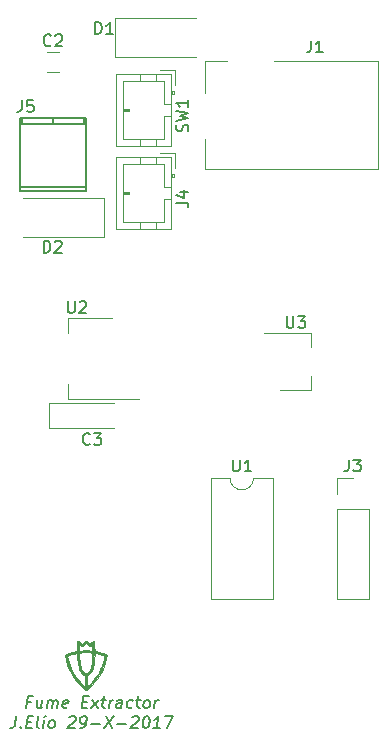
<source format=gbr>
G04 #@! TF.FileFunction,Legend,Top*
%FSLAX46Y46*%
G04 Gerber Fmt 4.6, Leading zero omitted, Abs format (unit mm)*
G04 Created by KiCad (PCBNEW 4.0.7-e2-6376~58~ubuntu16.04.1) date Wed Nov  1 22:14:58 2017*
%MOMM*%
%LPD*%
G01*
G04 APERTURE LIST*
%ADD10C,0.100000*%
%ADD11C,0.200000*%
%ADD12C,0.120000*%
%ADD13C,0.150000*%
%ADD14C,0.010000*%
G04 APERTURE END LIST*
D10*
D11*
X103300262Y-108044571D02*
X102966928Y-108044571D01*
X102901451Y-108568381D02*
X103026451Y-107568381D01*
X103502642Y-107568381D01*
X104270500Y-107901714D02*
X104187166Y-108568381D01*
X103841928Y-107901714D02*
X103776452Y-108425524D01*
X103812166Y-108520762D01*
X103901451Y-108568381D01*
X104044309Y-108568381D01*
X104145500Y-108520762D01*
X104199071Y-108473143D01*
X104663356Y-108568381D02*
X104746690Y-107901714D01*
X104734785Y-107996952D02*
X104788356Y-107949333D01*
X104889547Y-107901714D01*
X105032405Y-107901714D01*
X105121690Y-107949333D01*
X105157405Y-108044571D01*
X105091928Y-108568381D01*
X105157405Y-108044571D02*
X105216928Y-107949333D01*
X105318119Y-107901714D01*
X105460976Y-107901714D01*
X105550261Y-107949333D01*
X105585976Y-108044571D01*
X105520499Y-108568381D01*
X106383595Y-108520762D02*
X106282404Y-108568381D01*
X106091927Y-108568381D01*
X106002642Y-108520762D01*
X105966928Y-108425524D01*
X106014547Y-108044571D01*
X106074070Y-107949333D01*
X106175261Y-107901714D01*
X106365738Y-107901714D01*
X106455023Y-107949333D01*
X106490738Y-108044571D01*
X106478833Y-108139810D01*
X105990737Y-108235048D01*
X107681214Y-108044571D02*
X108014548Y-108044571D01*
X108091928Y-108568381D02*
X107615737Y-108568381D01*
X107740737Y-107568381D01*
X108216928Y-107568381D01*
X108425261Y-108568381D02*
X109032405Y-107901714D01*
X108508595Y-107901714D02*
X108949071Y-108568381D01*
X109270500Y-107901714D02*
X109651452Y-107901714D01*
X109455023Y-107568381D02*
X109347881Y-108425524D01*
X109383595Y-108520762D01*
X109472880Y-108568381D01*
X109568118Y-108568381D01*
X109901452Y-108568381D02*
X109984786Y-107901714D01*
X109960976Y-108092190D02*
X110020500Y-107996952D01*
X110074071Y-107949333D01*
X110175262Y-107901714D01*
X110270501Y-107901714D01*
X110949072Y-108568381D02*
X111014549Y-108044571D01*
X110978834Y-107949333D01*
X110889549Y-107901714D01*
X110699072Y-107901714D01*
X110597881Y-107949333D01*
X110955025Y-108520762D02*
X110853834Y-108568381D01*
X110615738Y-108568381D01*
X110526453Y-108520762D01*
X110490739Y-108425524D01*
X110502643Y-108330286D01*
X110562167Y-108235048D01*
X110663357Y-108187429D01*
X110901453Y-108187429D01*
X111002644Y-108139810D01*
X111859787Y-108520762D02*
X111758596Y-108568381D01*
X111568119Y-108568381D01*
X111478834Y-108520762D01*
X111437167Y-108473143D01*
X111401453Y-108377905D01*
X111437167Y-108092190D01*
X111496691Y-107996952D01*
X111550262Y-107949333D01*
X111651453Y-107901714D01*
X111841930Y-107901714D01*
X111931215Y-107949333D01*
X112222882Y-107901714D02*
X112603834Y-107901714D01*
X112407405Y-107568381D02*
X112300263Y-108425524D01*
X112335977Y-108520762D01*
X112425262Y-108568381D01*
X112520500Y-108568381D01*
X112996691Y-108568381D02*
X112907406Y-108520762D01*
X112865739Y-108473143D01*
X112830025Y-108377905D01*
X112865739Y-108092190D01*
X112925263Y-107996952D01*
X112978834Y-107949333D01*
X113080025Y-107901714D01*
X113222883Y-107901714D01*
X113312168Y-107949333D01*
X113353835Y-107996952D01*
X113389549Y-108092190D01*
X113353835Y-108377905D01*
X113294311Y-108473143D01*
X113240740Y-108520762D01*
X113139549Y-108568381D01*
X112996691Y-108568381D01*
X113758596Y-108568381D02*
X113841930Y-107901714D01*
X113818120Y-108092190D02*
X113877644Y-107996952D01*
X113931215Y-107949333D01*
X114032406Y-107901714D01*
X114127645Y-107901714D01*
X102074072Y-109268381D02*
X101984787Y-109982667D01*
X101919310Y-110125524D01*
X101812167Y-110220762D01*
X101663357Y-110268381D01*
X101568119Y-110268381D01*
X102437167Y-110173143D02*
X102478834Y-110220762D01*
X102425262Y-110268381D01*
X102383596Y-110220762D01*
X102437167Y-110173143D01*
X102425262Y-110268381D01*
X102966929Y-109744571D02*
X103300263Y-109744571D01*
X103377643Y-110268381D02*
X102901452Y-110268381D01*
X103026452Y-109268381D01*
X103502643Y-109268381D01*
X103949071Y-110268381D02*
X103859786Y-110220762D01*
X103824072Y-110125524D01*
X103931214Y-109268381D01*
X104330024Y-110268381D02*
X104413358Y-109601714D01*
X104556215Y-109220762D02*
X104395501Y-109363619D01*
X104949071Y-110268381D02*
X104859786Y-110220762D01*
X104818119Y-110173143D01*
X104782405Y-110077905D01*
X104818119Y-109792190D01*
X104877643Y-109696952D01*
X104931214Y-109649333D01*
X105032405Y-109601714D01*
X105175263Y-109601714D01*
X105264548Y-109649333D01*
X105306215Y-109696952D01*
X105341929Y-109792190D01*
X105306215Y-110077905D01*
X105246691Y-110173143D01*
X105193120Y-110220762D01*
X105091929Y-110268381D01*
X104949071Y-110268381D01*
X106538358Y-109363619D02*
X106591929Y-109316000D01*
X106693119Y-109268381D01*
X106931215Y-109268381D01*
X107020501Y-109316000D01*
X107062168Y-109363619D01*
X107097882Y-109458857D01*
X107085977Y-109554095D01*
X107020501Y-109696952D01*
X106377643Y-110268381D01*
X106996691Y-110268381D01*
X107472881Y-110268381D02*
X107663357Y-110268381D01*
X107764549Y-110220762D01*
X107818120Y-110173143D01*
X107931215Y-110030286D01*
X108002644Y-109839810D01*
X108050263Y-109458857D01*
X108014549Y-109363619D01*
X107972882Y-109316000D01*
X107883596Y-109268381D01*
X107693119Y-109268381D01*
X107591929Y-109316000D01*
X107538358Y-109363619D01*
X107478834Y-109458857D01*
X107449072Y-109696952D01*
X107484786Y-109792190D01*
X107526453Y-109839810D01*
X107615738Y-109887429D01*
X107806215Y-109887429D01*
X107907406Y-109839810D01*
X107960977Y-109792190D01*
X108020501Y-109696952D01*
X108425262Y-109887429D02*
X109187167Y-109887429D01*
X109645500Y-109268381D02*
X110187167Y-110268381D01*
X110312167Y-109268381D02*
X109520500Y-110268381D01*
X110615738Y-109887429D02*
X111377643Y-109887429D01*
X111871691Y-109363619D02*
X111925262Y-109316000D01*
X112026452Y-109268381D01*
X112264548Y-109268381D01*
X112353834Y-109316000D01*
X112395501Y-109363619D01*
X112431215Y-109458857D01*
X112419310Y-109554095D01*
X112353834Y-109696952D01*
X111710976Y-110268381D01*
X112330024Y-110268381D01*
X113074071Y-109268381D02*
X113169310Y-109268381D01*
X113258596Y-109316000D01*
X113300263Y-109363619D01*
X113335977Y-109458857D01*
X113359786Y-109649333D01*
X113330024Y-109887429D01*
X113258596Y-110077905D01*
X113199072Y-110173143D01*
X113145501Y-110220762D01*
X113044310Y-110268381D01*
X112949071Y-110268381D01*
X112859786Y-110220762D01*
X112818119Y-110173143D01*
X112782405Y-110077905D01*
X112758595Y-109887429D01*
X112788357Y-109649333D01*
X112859786Y-109458857D01*
X112919310Y-109363619D01*
X112972881Y-109316000D01*
X113074071Y-109268381D01*
X114234786Y-110268381D02*
X113663357Y-110268381D01*
X113949071Y-110268381D02*
X114074071Y-109268381D01*
X113960976Y-109411238D01*
X113853834Y-109506476D01*
X113752643Y-109554095D01*
X114693119Y-109268381D02*
X115359786Y-109268381D01*
X114806214Y-110268381D01*
D12*
X105656000Y-52998000D02*
X104656000Y-52998000D01*
X104656000Y-54698000D02*
X105656000Y-54698000D01*
X104844000Y-82770000D02*
X110344000Y-82770000D01*
X104844000Y-84870000D02*
X110344000Y-84870000D01*
X104844000Y-82770000D02*
X104844000Y-84870000D01*
X110408000Y-50166000D02*
X110408000Y-53466000D01*
X110408000Y-53466000D02*
X117308000Y-53466000D01*
X110408000Y-50166000D02*
X117308000Y-50166000D01*
X109516000Y-68706000D02*
X109516000Y-65406000D01*
X109516000Y-65406000D02*
X102616000Y-65406000D01*
X109516000Y-68706000D02*
X102616000Y-68706000D01*
X129226000Y-99374000D02*
X131886000Y-99374000D01*
X129226000Y-91694000D02*
X129226000Y-99374000D01*
X131886000Y-91694000D02*
X131886000Y-99374000D01*
X129226000Y-91694000D02*
X131886000Y-91694000D01*
X129226000Y-90424000D02*
X129226000Y-89094000D01*
X129226000Y-89094000D02*
X130556000Y-89094000D01*
X115176000Y-54878000D02*
X110476000Y-54878000D01*
X110476000Y-54878000D02*
X110476000Y-60978000D01*
X110476000Y-60978000D02*
X115176000Y-60978000D01*
X115176000Y-60978000D02*
X115176000Y-54878000D01*
X115176000Y-57428000D02*
X114576000Y-57428000D01*
X114576000Y-57428000D02*
X114576000Y-55478000D01*
X114576000Y-55478000D02*
X111076000Y-55478000D01*
X111076000Y-55478000D02*
X111076000Y-60378000D01*
X111076000Y-60378000D02*
X114576000Y-60378000D01*
X114576000Y-60378000D02*
X114576000Y-58428000D01*
X114576000Y-58428000D02*
X115176000Y-58428000D01*
X113876000Y-54878000D02*
X113876000Y-55478000D01*
X112576000Y-54878000D02*
X112576000Y-55478000D01*
X113876000Y-60978000D02*
X113876000Y-60378000D01*
X112576000Y-60978000D02*
X112576000Y-60378000D01*
X115176000Y-56628000D02*
X115376000Y-56628000D01*
X115376000Y-56628000D02*
X115376000Y-56328000D01*
X115376000Y-56328000D02*
X115176000Y-56328000D01*
X115276000Y-56628000D02*
X115276000Y-56328000D01*
X111076000Y-57828000D02*
X111576000Y-57828000D01*
X111576000Y-57828000D02*
X111576000Y-58028000D01*
X111576000Y-58028000D02*
X111076000Y-58028000D01*
X111076000Y-57928000D02*
X111576000Y-57928000D01*
X115476000Y-55828000D02*
X115476000Y-54578000D01*
X115476000Y-54578000D02*
X114226000Y-54578000D01*
X127054000Y-80448000D02*
X127054000Y-81648000D01*
X127054000Y-81648000D02*
X124354000Y-81648000D01*
X123054000Y-76848000D02*
X127054000Y-76848000D01*
X127054000Y-76848000D02*
X127054000Y-78048000D01*
X106446000Y-75570000D02*
X106446000Y-76830000D01*
X106446000Y-82390000D02*
X106446000Y-81130000D01*
X110206000Y-75570000D02*
X106446000Y-75570000D01*
X112456000Y-82390000D02*
X106446000Y-82390000D01*
X115176000Y-61906000D02*
X110476000Y-61906000D01*
X110476000Y-61906000D02*
X110476000Y-68006000D01*
X110476000Y-68006000D02*
X115176000Y-68006000D01*
X115176000Y-68006000D02*
X115176000Y-61906000D01*
X115176000Y-64456000D02*
X114576000Y-64456000D01*
X114576000Y-64456000D02*
X114576000Y-62506000D01*
X114576000Y-62506000D02*
X111076000Y-62506000D01*
X111076000Y-62506000D02*
X111076000Y-67406000D01*
X111076000Y-67406000D02*
X114576000Y-67406000D01*
X114576000Y-67406000D02*
X114576000Y-65456000D01*
X114576000Y-65456000D02*
X115176000Y-65456000D01*
X113876000Y-61906000D02*
X113876000Y-62506000D01*
X112576000Y-61906000D02*
X112576000Y-62506000D01*
X113876000Y-68006000D02*
X113876000Y-67406000D01*
X112576000Y-68006000D02*
X112576000Y-67406000D01*
X115176000Y-63656000D02*
X115376000Y-63656000D01*
X115376000Y-63656000D02*
X115376000Y-63356000D01*
X115376000Y-63356000D02*
X115176000Y-63356000D01*
X115276000Y-63656000D02*
X115276000Y-63356000D01*
X111076000Y-64856000D02*
X111576000Y-64856000D01*
X111576000Y-64856000D02*
X111576000Y-65056000D01*
X111576000Y-65056000D02*
X111076000Y-65056000D01*
X111076000Y-64956000D02*
X111576000Y-64956000D01*
X115476000Y-62856000D02*
X115476000Y-61606000D01*
X115476000Y-61606000D02*
X114226000Y-61606000D01*
X122158000Y-89094000D02*
G75*
G02X120158000Y-89094000I-1000000J0D01*
G01*
X120158000Y-89094000D02*
X118508000Y-89094000D01*
X118508000Y-89094000D02*
X118508000Y-99374000D01*
X118508000Y-99374000D02*
X123808000Y-99374000D01*
X123808000Y-99374000D02*
X123808000Y-89094000D01*
X123808000Y-89094000D02*
X122158000Y-89094000D01*
D13*
X102356920Y-59121040D02*
X107955080Y-59121040D01*
X107756960Y-58623200D02*
X107756960Y-59121040D01*
X102555040Y-59121040D02*
X102555040Y-58623200D01*
X105156000Y-58623200D02*
X105156000Y-59121040D01*
X107955080Y-64422020D02*
X102356920Y-64422020D01*
X107955080Y-58623200D02*
X102356920Y-58623200D01*
X102356920Y-58623200D02*
X102356920Y-64820800D01*
X102356920Y-64820800D02*
X107955080Y-64820800D01*
X107955080Y-64820800D02*
X107955080Y-58623200D01*
D12*
X123900000Y-53770000D02*
X132700000Y-53770000D01*
X132700000Y-53770000D02*
X132700000Y-62970000D01*
X118000000Y-56470000D02*
X118000000Y-53770000D01*
X118000000Y-53770000D02*
X119900000Y-53770000D01*
X132700000Y-62970000D02*
X118000000Y-62970000D01*
X118000000Y-62970000D02*
X118000000Y-60370000D01*
D14*
G36*
X107974394Y-102873684D02*
X107997347Y-102886307D01*
X108028215Y-102910227D01*
X108070002Y-102947800D01*
X108125716Y-103001382D01*
X108132925Y-103008453D01*
X108273850Y-103146907D01*
X108418910Y-103008453D01*
X108479907Y-102951239D01*
X108526572Y-102910718D01*
X108562180Y-102885276D01*
X108590002Y-102873296D01*
X108613313Y-102873164D01*
X108635385Y-102883263D01*
X108650268Y-102894264D01*
X108680250Y-102918529D01*
X108683924Y-103332298D01*
X108687598Y-103746066D01*
X108715674Y-103752033D01*
X108743257Y-103757567D01*
X108785290Y-103765652D01*
X108819950Y-103772164D01*
X108893803Y-103787543D01*
X108984114Y-103808877D01*
X109083227Y-103834132D01*
X109183485Y-103861277D01*
X109277236Y-103888280D01*
X109356823Y-103913109D01*
X109378750Y-103920505D01*
X109482000Y-103957190D01*
X109562766Y-103988167D01*
X109623077Y-104014380D01*
X109664962Y-104036769D01*
X109690451Y-104056275D01*
X109699986Y-104069485D01*
X109706013Y-104102840D01*
X109704652Y-104156973D01*
X109696631Y-104228595D01*
X109682677Y-104314418D01*
X109663520Y-104411152D01*
X109639887Y-104515506D01*
X109612507Y-104624193D01*
X109582108Y-104733922D01*
X109549417Y-104841404D01*
X109515163Y-104943349D01*
X109493532Y-105002144D01*
X109371192Y-105288930D01*
X109225056Y-105572748D01*
X109056721Y-105851317D01*
X108867781Y-106122360D01*
X108659832Y-106383595D01*
X108434468Y-106632744D01*
X108193286Y-106867528D01*
X108178600Y-106880879D01*
X108108745Y-106943040D01*
X108054088Y-106988921D01*
X108012049Y-107020388D01*
X107980049Y-107039305D01*
X107955509Y-107047534D01*
X107946996Y-107048252D01*
X107927773Y-107040463D01*
X107895382Y-107019630D01*
X107855607Y-106989623D01*
X107839046Y-106976019D01*
X107684827Y-106840926D01*
X107535030Y-106699518D01*
X107397872Y-106559624D01*
X107368165Y-106527600D01*
X107142642Y-106266111D01*
X106939954Y-105998768D01*
X106760496Y-105726298D01*
X106604660Y-105449427D01*
X106472842Y-105168883D01*
X106365435Y-104885391D01*
X106282833Y-104599679D01*
X106254373Y-104473089D01*
X106236880Y-104382254D01*
X106222351Y-104295791D01*
X106211300Y-104217776D01*
X106204875Y-104158157D01*
X106373567Y-104158157D01*
X106381757Y-104222103D01*
X106423187Y-104460624D01*
X106486885Y-104706174D01*
X106571861Y-104955577D01*
X106677124Y-105205657D01*
X106710719Y-105276650D01*
X106815364Y-105480578D01*
X106926386Y-105672660D01*
X107047208Y-105857937D01*
X107181256Y-106041451D01*
X107331954Y-106228242D01*
X107449024Y-106363465D01*
X107493562Y-106412296D01*
X107545381Y-106466955D01*
X107601497Y-106524527D01*
X107658928Y-106582100D01*
X107714691Y-106636760D01*
X107765802Y-106685595D01*
X107809279Y-106725690D01*
X107842139Y-106754133D01*
X107861399Y-106768010D01*
X107864164Y-106768900D01*
X107866347Y-106756666D01*
X107868356Y-106721828D01*
X107870135Y-106667184D01*
X107871626Y-106595528D01*
X107872772Y-106509657D01*
X107873515Y-106412367D01*
X107873798Y-106306454D01*
X107873800Y-106299326D01*
X107873800Y-105831524D01*
X108038900Y-105831524D01*
X108038900Y-106300212D01*
X108039116Y-106406485D01*
X108039733Y-106504315D01*
X108040701Y-106590903D01*
X108041969Y-106663449D01*
X108043490Y-106719157D01*
X108045212Y-106755225D01*
X108047086Y-106768856D01*
X108047200Y-106768900D01*
X108058613Y-106760439D01*
X108084794Y-106737062D01*
X108122513Y-106701772D01*
X108168540Y-106657573D01*
X108200838Y-106626025D01*
X108440790Y-106375105D01*
X108659066Y-106115684D01*
X108855177Y-105848630D01*
X109028634Y-105574810D01*
X109178947Y-105295093D01*
X109305627Y-105010346D01*
X109408185Y-104721438D01*
X109486132Y-104429237D01*
X109512708Y-104298750D01*
X109523030Y-104240892D01*
X109528448Y-104202839D01*
X109529051Y-104179493D01*
X109524925Y-104165753D01*
X109516157Y-104156521D01*
X109515161Y-104155751D01*
X109489303Y-104142110D01*
X109442725Y-104123611D01*
X109379381Y-104101412D01*
X109303229Y-104076675D01*
X109218225Y-104050557D01*
X109128323Y-104024219D01*
X109037481Y-103998819D01*
X108949654Y-103975518D01*
X108868798Y-103955474D01*
X108798870Y-103939848D01*
X108744606Y-103929914D01*
X108686600Y-103921215D01*
X108686411Y-104090932D01*
X108679666Y-104355511D01*
X108660124Y-104601324D01*
X108627917Y-104827775D01*
X108583175Y-105034269D01*
X108526030Y-105220208D01*
X108456613Y-105384997D01*
X108375054Y-105528038D01*
X108368808Y-105537348D01*
X108315823Y-105606559D01*
X108252857Y-105674896D01*
X108186567Y-105735868D01*
X108123611Y-105782983D01*
X108105830Y-105793751D01*
X108038900Y-105831524D01*
X107873800Y-105831524D01*
X107873800Y-105829752D01*
X107832525Y-105808878D01*
X107734043Y-105745685D01*
X107641115Y-105659301D01*
X107555111Y-105551587D01*
X107477403Y-105424407D01*
X107409361Y-105279622D01*
X107374268Y-105186583D01*
X107332901Y-105054389D01*
X107299334Y-104918107D01*
X107272955Y-104773658D01*
X107253152Y-104616966D01*
X107239314Y-104443956D01*
X107230830Y-104250549D01*
X107230136Y-104225511D01*
X107222239Y-103923673D01*
X107176544Y-103931519D01*
X106968836Y-103974062D01*
X106752023Y-104031324D01*
X106535642Y-104100769D01*
X106523608Y-104105011D01*
X106373567Y-104158157D01*
X106204875Y-104158157D01*
X106204242Y-104152289D01*
X106201690Y-104103408D01*
X106204158Y-104075212D01*
X106204191Y-104075109D01*
X106219427Y-104055713D01*
X106249952Y-104032784D01*
X106272927Y-104019690D01*
X106336611Y-103991144D01*
X106420398Y-103959201D01*
X106519457Y-103925320D01*
X106593222Y-103902171D01*
X107401040Y-103902171D01*
X107407305Y-104246510D01*
X107409872Y-104364449D01*
X107413042Y-104461406D01*
X107417107Y-104541802D01*
X107422361Y-104610052D01*
X107429096Y-104670576D01*
X107437605Y-104727790D01*
X107440246Y-104743250D01*
X107479156Y-104933619D01*
X107525581Y-105101443D01*
X107580282Y-105248664D01*
X107644025Y-105377224D01*
X107717571Y-105489064D01*
X107748918Y-105528381D01*
X107783495Y-105564229D01*
X107826324Y-105601196D01*
X107871384Y-105634894D01*
X107912655Y-105660937D01*
X107944117Y-105674936D01*
X107951727Y-105676179D01*
X107972035Y-105669706D01*
X108005979Y-105652179D01*
X108046501Y-105627275D01*
X108049737Y-105625126D01*
X108139588Y-105550499D01*
X108220595Y-105453208D01*
X108292363Y-105334543D01*
X108354498Y-105195794D01*
X108406604Y-105038251D01*
X108448286Y-104863203D01*
X108479149Y-104671941D01*
X108498799Y-104465753D01*
X108506840Y-104245930D01*
X108506424Y-104133650D01*
X108502450Y-103892350D01*
X108432600Y-103883606D01*
X108356724Y-103876218D01*
X108265024Y-103870689D01*
X108161715Y-103866971D01*
X108051011Y-103865019D01*
X107937126Y-103864784D01*
X107824276Y-103866222D01*
X107716676Y-103869285D01*
X107618540Y-103873928D01*
X107534082Y-103880102D01*
X107467519Y-103887763D01*
X107431045Y-103894661D01*
X107401040Y-103902171D01*
X106593222Y-103902171D01*
X106628959Y-103890956D01*
X106744075Y-103857569D01*
X106859975Y-103826614D01*
X106971830Y-103799550D01*
X107073700Y-103778046D01*
X107125625Y-103767845D01*
X107169771Y-103758745D01*
X107198787Y-103752278D01*
X107203875Y-103750957D01*
X107210052Y-103747642D01*
X107214971Y-103739881D01*
X107218774Y-103725054D01*
X107221603Y-103700543D01*
X107223600Y-103663731D01*
X107224906Y-103612000D01*
X107225663Y-103542731D01*
X107226014Y-103453305D01*
X107226099Y-103341106D01*
X107226100Y-103340756D01*
X107226160Y-103228660D01*
X107226393Y-103157695D01*
X107403900Y-103157695D01*
X107403900Y-103722225D01*
X107515025Y-103712037D01*
X107558443Y-103709255D01*
X107622414Y-103706763D01*
X107702091Y-103704669D01*
X107792628Y-103703082D01*
X107889179Y-103702110D01*
X107969050Y-103701850D01*
X108066006Y-103702203D01*
X108160073Y-103703200D01*
X108246599Y-103704739D01*
X108320938Y-103706724D01*
X108378439Y-103709055D01*
X108410375Y-103711213D01*
X108508800Y-103720576D01*
X108508800Y-103157695D01*
X108408658Y-103255147D01*
X108361747Y-103300130D01*
X108324692Y-103331094D01*
X108293295Y-103347482D01*
X108263363Y-103348738D01*
X108230699Y-103334305D01*
X108191108Y-103303626D01*
X108140394Y-103256146D01*
X108097274Y-103213839D01*
X107956350Y-103075079D01*
X107813632Y-103213839D01*
X107753976Y-103270730D01*
X107708840Y-103310958D01*
X107675591Y-103336597D01*
X107651600Y-103349719D01*
X107637549Y-103352600D01*
X107614918Y-103346583D01*
X107584339Y-103327057D01*
X107542776Y-103291805D01*
X107504041Y-103255147D01*
X107403900Y-103157695D01*
X107226393Y-103157695D01*
X107226455Y-103139140D01*
X107227154Y-103069372D01*
X107228427Y-103016534D01*
X107230444Y-102977803D01*
X107233376Y-102950353D01*
X107237391Y-102931363D01*
X107242661Y-102918008D01*
X107249354Y-102907465D01*
X107252421Y-102903462D01*
X107272623Y-102881926D01*
X107293428Y-102871281D01*
X107317779Y-102872833D01*
X107348619Y-102887892D01*
X107388891Y-102917763D01*
X107441537Y-102963755D01*
X107490528Y-103009251D01*
X107638420Y-103148503D01*
X107779560Y-103009251D01*
X107836942Y-102953559D01*
X107880087Y-102914157D01*
X107911995Y-102888682D01*
X107935667Y-102874771D01*
X107954103Y-102870060D01*
X107956349Y-102870000D01*
X107974394Y-102873684D01*
X107974394Y-102873684D01*
G37*
X107974394Y-102873684D02*
X107997347Y-102886307D01*
X108028215Y-102910227D01*
X108070002Y-102947800D01*
X108125716Y-103001382D01*
X108132925Y-103008453D01*
X108273850Y-103146907D01*
X108418910Y-103008453D01*
X108479907Y-102951239D01*
X108526572Y-102910718D01*
X108562180Y-102885276D01*
X108590002Y-102873296D01*
X108613313Y-102873164D01*
X108635385Y-102883263D01*
X108650268Y-102894264D01*
X108680250Y-102918529D01*
X108683924Y-103332298D01*
X108687598Y-103746066D01*
X108715674Y-103752033D01*
X108743257Y-103757567D01*
X108785290Y-103765652D01*
X108819950Y-103772164D01*
X108893803Y-103787543D01*
X108984114Y-103808877D01*
X109083227Y-103834132D01*
X109183485Y-103861277D01*
X109277236Y-103888280D01*
X109356823Y-103913109D01*
X109378750Y-103920505D01*
X109482000Y-103957190D01*
X109562766Y-103988167D01*
X109623077Y-104014380D01*
X109664962Y-104036769D01*
X109690451Y-104056275D01*
X109699986Y-104069485D01*
X109706013Y-104102840D01*
X109704652Y-104156973D01*
X109696631Y-104228595D01*
X109682677Y-104314418D01*
X109663520Y-104411152D01*
X109639887Y-104515506D01*
X109612507Y-104624193D01*
X109582108Y-104733922D01*
X109549417Y-104841404D01*
X109515163Y-104943349D01*
X109493532Y-105002144D01*
X109371192Y-105288930D01*
X109225056Y-105572748D01*
X109056721Y-105851317D01*
X108867781Y-106122360D01*
X108659832Y-106383595D01*
X108434468Y-106632744D01*
X108193286Y-106867528D01*
X108178600Y-106880879D01*
X108108745Y-106943040D01*
X108054088Y-106988921D01*
X108012049Y-107020388D01*
X107980049Y-107039305D01*
X107955509Y-107047534D01*
X107946996Y-107048252D01*
X107927773Y-107040463D01*
X107895382Y-107019630D01*
X107855607Y-106989623D01*
X107839046Y-106976019D01*
X107684827Y-106840926D01*
X107535030Y-106699518D01*
X107397872Y-106559624D01*
X107368165Y-106527600D01*
X107142642Y-106266111D01*
X106939954Y-105998768D01*
X106760496Y-105726298D01*
X106604660Y-105449427D01*
X106472842Y-105168883D01*
X106365435Y-104885391D01*
X106282833Y-104599679D01*
X106254373Y-104473089D01*
X106236880Y-104382254D01*
X106222351Y-104295791D01*
X106211300Y-104217776D01*
X106204875Y-104158157D01*
X106373567Y-104158157D01*
X106381757Y-104222103D01*
X106423187Y-104460624D01*
X106486885Y-104706174D01*
X106571861Y-104955577D01*
X106677124Y-105205657D01*
X106710719Y-105276650D01*
X106815364Y-105480578D01*
X106926386Y-105672660D01*
X107047208Y-105857937D01*
X107181256Y-106041451D01*
X107331954Y-106228242D01*
X107449024Y-106363465D01*
X107493562Y-106412296D01*
X107545381Y-106466955D01*
X107601497Y-106524527D01*
X107658928Y-106582100D01*
X107714691Y-106636760D01*
X107765802Y-106685595D01*
X107809279Y-106725690D01*
X107842139Y-106754133D01*
X107861399Y-106768010D01*
X107864164Y-106768900D01*
X107866347Y-106756666D01*
X107868356Y-106721828D01*
X107870135Y-106667184D01*
X107871626Y-106595528D01*
X107872772Y-106509657D01*
X107873515Y-106412367D01*
X107873798Y-106306454D01*
X107873800Y-106299326D01*
X107873800Y-105831524D01*
X108038900Y-105831524D01*
X108038900Y-106300212D01*
X108039116Y-106406485D01*
X108039733Y-106504315D01*
X108040701Y-106590903D01*
X108041969Y-106663449D01*
X108043490Y-106719157D01*
X108045212Y-106755225D01*
X108047086Y-106768856D01*
X108047200Y-106768900D01*
X108058613Y-106760439D01*
X108084794Y-106737062D01*
X108122513Y-106701772D01*
X108168540Y-106657573D01*
X108200838Y-106626025D01*
X108440790Y-106375105D01*
X108659066Y-106115684D01*
X108855177Y-105848630D01*
X109028634Y-105574810D01*
X109178947Y-105295093D01*
X109305627Y-105010346D01*
X109408185Y-104721438D01*
X109486132Y-104429237D01*
X109512708Y-104298750D01*
X109523030Y-104240892D01*
X109528448Y-104202839D01*
X109529051Y-104179493D01*
X109524925Y-104165753D01*
X109516157Y-104156521D01*
X109515161Y-104155751D01*
X109489303Y-104142110D01*
X109442725Y-104123611D01*
X109379381Y-104101412D01*
X109303229Y-104076675D01*
X109218225Y-104050557D01*
X109128323Y-104024219D01*
X109037481Y-103998819D01*
X108949654Y-103975518D01*
X108868798Y-103955474D01*
X108798870Y-103939848D01*
X108744606Y-103929914D01*
X108686600Y-103921215D01*
X108686411Y-104090932D01*
X108679666Y-104355511D01*
X108660124Y-104601324D01*
X108627917Y-104827775D01*
X108583175Y-105034269D01*
X108526030Y-105220208D01*
X108456613Y-105384997D01*
X108375054Y-105528038D01*
X108368808Y-105537348D01*
X108315823Y-105606559D01*
X108252857Y-105674896D01*
X108186567Y-105735868D01*
X108123611Y-105782983D01*
X108105830Y-105793751D01*
X108038900Y-105831524D01*
X107873800Y-105831524D01*
X107873800Y-105829752D01*
X107832525Y-105808878D01*
X107734043Y-105745685D01*
X107641115Y-105659301D01*
X107555111Y-105551587D01*
X107477403Y-105424407D01*
X107409361Y-105279622D01*
X107374268Y-105186583D01*
X107332901Y-105054389D01*
X107299334Y-104918107D01*
X107272955Y-104773658D01*
X107253152Y-104616966D01*
X107239314Y-104443956D01*
X107230830Y-104250549D01*
X107230136Y-104225511D01*
X107222239Y-103923673D01*
X107176544Y-103931519D01*
X106968836Y-103974062D01*
X106752023Y-104031324D01*
X106535642Y-104100769D01*
X106523608Y-104105011D01*
X106373567Y-104158157D01*
X106204875Y-104158157D01*
X106204242Y-104152289D01*
X106201690Y-104103408D01*
X106204158Y-104075212D01*
X106204191Y-104075109D01*
X106219427Y-104055713D01*
X106249952Y-104032784D01*
X106272927Y-104019690D01*
X106336611Y-103991144D01*
X106420398Y-103959201D01*
X106519457Y-103925320D01*
X106593222Y-103902171D01*
X107401040Y-103902171D01*
X107407305Y-104246510D01*
X107409872Y-104364449D01*
X107413042Y-104461406D01*
X107417107Y-104541802D01*
X107422361Y-104610052D01*
X107429096Y-104670576D01*
X107437605Y-104727790D01*
X107440246Y-104743250D01*
X107479156Y-104933619D01*
X107525581Y-105101443D01*
X107580282Y-105248664D01*
X107644025Y-105377224D01*
X107717571Y-105489064D01*
X107748918Y-105528381D01*
X107783495Y-105564229D01*
X107826324Y-105601196D01*
X107871384Y-105634894D01*
X107912655Y-105660937D01*
X107944117Y-105674936D01*
X107951727Y-105676179D01*
X107972035Y-105669706D01*
X108005979Y-105652179D01*
X108046501Y-105627275D01*
X108049737Y-105625126D01*
X108139588Y-105550499D01*
X108220595Y-105453208D01*
X108292363Y-105334543D01*
X108354498Y-105195794D01*
X108406604Y-105038251D01*
X108448286Y-104863203D01*
X108479149Y-104671941D01*
X108498799Y-104465753D01*
X108506840Y-104245930D01*
X108506424Y-104133650D01*
X108502450Y-103892350D01*
X108432600Y-103883606D01*
X108356724Y-103876218D01*
X108265024Y-103870689D01*
X108161715Y-103866971D01*
X108051011Y-103865019D01*
X107937126Y-103864784D01*
X107824276Y-103866222D01*
X107716676Y-103869285D01*
X107618540Y-103873928D01*
X107534082Y-103880102D01*
X107467519Y-103887763D01*
X107431045Y-103894661D01*
X107401040Y-103902171D01*
X106593222Y-103902171D01*
X106628959Y-103890956D01*
X106744075Y-103857569D01*
X106859975Y-103826614D01*
X106971830Y-103799550D01*
X107073700Y-103778046D01*
X107125625Y-103767845D01*
X107169771Y-103758745D01*
X107198787Y-103752278D01*
X107203875Y-103750957D01*
X107210052Y-103747642D01*
X107214971Y-103739881D01*
X107218774Y-103725054D01*
X107221603Y-103700543D01*
X107223600Y-103663731D01*
X107224906Y-103612000D01*
X107225663Y-103542731D01*
X107226014Y-103453305D01*
X107226099Y-103341106D01*
X107226100Y-103340756D01*
X107226160Y-103228660D01*
X107226393Y-103157695D01*
X107403900Y-103157695D01*
X107403900Y-103722225D01*
X107515025Y-103712037D01*
X107558443Y-103709255D01*
X107622414Y-103706763D01*
X107702091Y-103704669D01*
X107792628Y-103703082D01*
X107889179Y-103702110D01*
X107969050Y-103701850D01*
X108066006Y-103702203D01*
X108160073Y-103703200D01*
X108246599Y-103704739D01*
X108320938Y-103706724D01*
X108378439Y-103709055D01*
X108410375Y-103711213D01*
X108508800Y-103720576D01*
X108508800Y-103157695D01*
X108408658Y-103255147D01*
X108361747Y-103300130D01*
X108324692Y-103331094D01*
X108293295Y-103347482D01*
X108263363Y-103348738D01*
X108230699Y-103334305D01*
X108191108Y-103303626D01*
X108140394Y-103256146D01*
X108097274Y-103213839D01*
X107956350Y-103075079D01*
X107813632Y-103213839D01*
X107753976Y-103270730D01*
X107708840Y-103310958D01*
X107675591Y-103336597D01*
X107651600Y-103349719D01*
X107637549Y-103352600D01*
X107614918Y-103346583D01*
X107584339Y-103327057D01*
X107542776Y-103291805D01*
X107504041Y-103255147D01*
X107403900Y-103157695D01*
X107226393Y-103157695D01*
X107226455Y-103139140D01*
X107227154Y-103069372D01*
X107228427Y-103016534D01*
X107230444Y-102977803D01*
X107233376Y-102950353D01*
X107237391Y-102931363D01*
X107242661Y-102918008D01*
X107249354Y-102907465D01*
X107252421Y-102903462D01*
X107272623Y-102881926D01*
X107293428Y-102871281D01*
X107317779Y-102872833D01*
X107348619Y-102887892D01*
X107388891Y-102917763D01*
X107441537Y-102963755D01*
X107490528Y-103009251D01*
X107638420Y-103148503D01*
X107779560Y-103009251D01*
X107836942Y-102953559D01*
X107880087Y-102914157D01*
X107911995Y-102888682D01*
X107935667Y-102874771D01*
X107954103Y-102870060D01*
X107956349Y-102870000D01*
X107974394Y-102873684D01*
D13*
X104989334Y-52455143D02*
X104941715Y-52502762D01*
X104798858Y-52550381D01*
X104703620Y-52550381D01*
X104560762Y-52502762D01*
X104465524Y-52407524D01*
X104417905Y-52312286D01*
X104370286Y-52121810D01*
X104370286Y-51978952D01*
X104417905Y-51788476D01*
X104465524Y-51693238D01*
X104560762Y-51598000D01*
X104703620Y-51550381D01*
X104798858Y-51550381D01*
X104941715Y-51598000D01*
X104989334Y-51645619D01*
X105370286Y-51645619D02*
X105417905Y-51598000D01*
X105513143Y-51550381D01*
X105751239Y-51550381D01*
X105846477Y-51598000D01*
X105894096Y-51645619D01*
X105941715Y-51740857D01*
X105941715Y-51836095D01*
X105894096Y-51978952D01*
X105322667Y-52550381D01*
X105941715Y-52550381D01*
X108291334Y-86209143D02*
X108243715Y-86256762D01*
X108100858Y-86304381D01*
X108005620Y-86304381D01*
X107862762Y-86256762D01*
X107767524Y-86161524D01*
X107719905Y-86066286D01*
X107672286Y-85875810D01*
X107672286Y-85732952D01*
X107719905Y-85542476D01*
X107767524Y-85447238D01*
X107862762Y-85352000D01*
X108005620Y-85304381D01*
X108100858Y-85304381D01*
X108243715Y-85352000D01*
X108291334Y-85399619D01*
X108624667Y-85304381D02*
X109243715Y-85304381D01*
X108910381Y-85685333D01*
X109053239Y-85685333D01*
X109148477Y-85732952D01*
X109196096Y-85780571D01*
X109243715Y-85875810D01*
X109243715Y-86113905D01*
X109196096Y-86209143D01*
X109148477Y-86256762D01*
X109053239Y-86304381D01*
X108767524Y-86304381D01*
X108672286Y-86256762D01*
X108624667Y-86209143D01*
X108735905Y-51506381D02*
X108735905Y-50506381D01*
X108974000Y-50506381D01*
X109116858Y-50554000D01*
X109212096Y-50649238D01*
X109259715Y-50744476D01*
X109307334Y-50934952D01*
X109307334Y-51077810D01*
X109259715Y-51268286D01*
X109212096Y-51363524D01*
X109116858Y-51458762D01*
X108974000Y-51506381D01*
X108735905Y-51506381D01*
X110259715Y-51506381D02*
X109688286Y-51506381D01*
X109974000Y-51506381D02*
X109974000Y-50506381D01*
X109878762Y-50649238D01*
X109783524Y-50744476D01*
X109688286Y-50792095D01*
X104377905Y-70008381D02*
X104377905Y-69008381D01*
X104616000Y-69008381D01*
X104758858Y-69056000D01*
X104854096Y-69151238D01*
X104901715Y-69246476D01*
X104949334Y-69436952D01*
X104949334Y-69579810D01*
X104901715Y-69770286D01*
X104854096Y-69865524D01*
X104758858Y-69960762D01*
X104616000Y-70008381D01*
X104377905Y-70008381D01*
X105330286Y-69103619D02*
X105377905Y-69056000D01*
X105473143Y-69008381D01*
X105711239Y-69008381D01*
X105806477Y-69056000D01*
X105854096Y-69103619D01*
X105901715Y-69198857D01*
X105901715Y-69294095D01*
X105854096Y-69436952D01*
X105282667Y-70008381D01*
X105901715Y-70008381D01*
X130222667Y-87546381D02*
X130222667Y-88260667D01*
X130175047Y-88403524D01*
X130079809Y-88498762D01*
X129936952Y-88546381D01*
X129841714Y-88546381D01*
X130603619Y-87546381D02*
X131222667Y-87546381D01*
X130889333Y-87927333D01*
X131032191Y-87927333D01*
X131127429Y-87974952D01*
X131175048Y-88022571D01*
X131222667Y-88117810D01*
X131222667Y-88355905D01*
X131175048Y-88451143D01*
X131127429Y-88498762D01*
X131032191Y-88546381D01*
X130746476Y-88546381D01*
X130651238Y-88498762D01*
X130603619Y-88451143D01*
X116580762Y-59761333D02*
X116628381Y-59618476D01*
X116628381Y-59380380D01*
X116580762Y-59285142D01*
X116533143Y-59237523D01*
X116437905Y-59189904D01*
X116342667Y-59189904D01*
X116247429Y-59237523D01*
X116199810Y-59285142D01*
X116152190Y-59380380D01*
X116104571Y-59570857D01*
X116056952Y-59666095D01*
X116009333Y-59713714D01*
X115914095Y-59761333D01*
X115818857Y-59761333D01*
X115723619Y-59713714D01*
X115676000Y-59666095D01*
X115628381Y-59570857D01*
X115628381Y-59332761D01*
X115676000Y-59189904D01*
X115628381Y-58856571D02*
X116628381Y-58618476D01*
X115914095Y-58427999D01*
X116628381Y-58237523D01*
X115628381Y-57999428D01*
X116628381Y-57094666D02*
X116628381Y-57666095D01*
X116628381Y-57380381D02*
X115628381Y-57380381D01*
X115771238Y-57475619D01*
X115866476Y-57570857D01*
X115914095Y-57666095D01*
X124962095Y-75400381D02*
X124962095Y-76209905D01*
X125009714Y-76305143D01*
X125057333Y-76352762D01*
X125152571Y-76400381D01*
X125343048Y-76400381D01*
X125438286Y-76352762D01*
X125485905Y-76305143D01*
X125533524Y-76209905D01*
X125533524Y-75400381D01*
X125914476Y-75400381D02*
X126533524Y-75400381D01*
X126200190Y-75781333D01*
X126343048Y-75781333D01*
X126438286Y-75828952D01*
X126485905Y-75876571D01*
X126533524Y-75971810D01*
X126533524Y-76209905D01*
X126485905Y-76305143D01*
X126438286Y-76352762D01*
X126343048Y-76400381D01*
X126057333Y-76400381D01*
X125962095Y-76352762D01*
X125914476Y-76305143D01*
X106426095Y-74128381D02*
X106426095Y-74937905D01*
X106473714Y-75033143D01*
X106521333Y-75080762D01*
X106616571Y-75128381D01*
X106807048Y-75128381D01*
X106902286Y-75080762D01*
X106949905Y-75033143D01*
X106997524Y-74937905D01*
X106997524Y-74128381D01*
X107426095Y-74223619D02*
X107473714Y-74176000D01*
X107568952Y-74128381D01*
X107807048Y-74128381D01*
X107902286Y-74176000D01*
X107949905Y-74223619D01*
X107997524Y-74318857D01*
X107997524Y-74414095D01*
X107949905Y-74556952D01*
X107378476Y-75128381D01*
X107997524Y-75128381D01*
X115628381Y-65789333D02*
X116342667Y-65789333D01*
X116485524Y-65836953D01*
X116580762Y-65932191D01*
X116628381Y-66075048D01*
X116628381Y-66170286D01*
X115961714Y-64884571D02*
X116628381Y-64884571D01*
X115580762Y-65122667D02*
X116295048Y-65360762D01*
X116295048Y-64741714D01*
X120396095Y-87546381D02*
X120396095Y-88355905D01*
X120443714Y-88451143D01*
X120491333Y-88498762D01*
X120586571Y-88546381D01*
X120777048Y-88546381D01*
X120872286Y-88498762D01*
X120919905Y-88451143D01*
X120967524Y-88355905D01*
X120967524Y-87546381D01*
X121967524Y-88546381D02*
X121396095Y-88546381D01*
X121681809Y-88546381D02*
X121681809Y-87546381D01*
X121586571Y-87689238D01*
X121491333Y-87784476D01*
X121396095Y-87832095D01*
X102536667Y-57110381D02*
X102536667Y-57824667D01*
X102489047Y-57967524D01*
X102393809Y-58062762D01*
X102250952Y-58110381D01*
X102155714Y-58110381D01*
X103489048Y-57110381D02*
X103012857Y-57110381D01*
X102965238Y-57586571D01*
X103012857Y-57538952D01*
X103108095Y-57491333D01*
X103346191Y-57491333D01*
X103441429Y-57538952D01*
X103489048Y-57586571D01*
X103536667Y-57681810D01*
X103536667Y-57919905D01*
X103489048Y-58015143D01*
X103441429Y-58062762D01*
X103346191Y-58110381D01*
X103108095Y-58110381D01*
X103012857Y-58062762D01*
X102965238Y-58015143D01*
X127016667Y-52072381D02*
X127016667Y-52786667D01*
X126969047Y-52929524D01*
X126873809Y-53024762D01*
X126730952Y-53072381D01*
X126635714Y-53072381D01*
X128016667Y-53072381D02*
X127445238Y-53072381D01*
X127730952Y-53072381D02*
X127730952Y-52072381D01*
X127635714Y-52215238D01*
X127540476Y-52310476D01*
X127445238Y-52358095D01*
M02*

</source>
